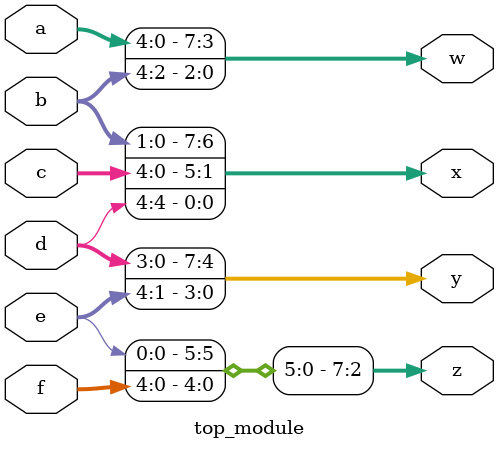
<source format=sv>
module top_module (
  input [4:0] a,
  input [4:0] b,
  input [4:0] c,
  input [4:0] d,
  input [4:0] e,
  input [4:0] f,
  output [7:0] w,
  output [7:0] x,
  output [7:0] y,
  output [7:0] z
);
  assign {a, b, c, d, e, f, 2'b11} = {w, x, y, z};
endmodule

</source>
